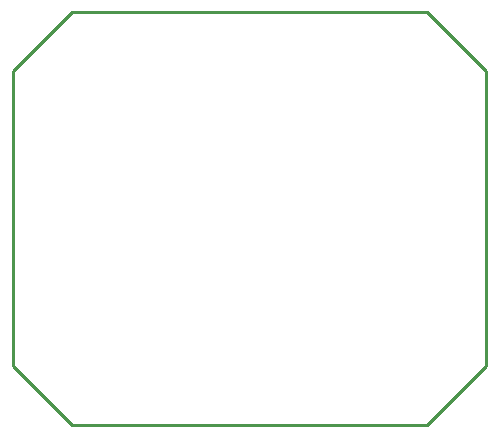
<source format=gm1>
%FSLAX24Y24*%
%MOIN*%
G70*
G01*
G75*
G04 Layer_Color=16711935*
%ADD10R,0.0600X0.0600*%
%ADD11R,0.0400X0.0500*%
%ADD12R,0.0870X0.0866*%
%ADD13C,0.0315*%
%ADD14C,0.0100*%
%ADD15C,0.0700*%
%ADD16C,0.0600*%
%ADD17C,0.0500*%
G54D14*
X9843Y26575D02*
Y36417D01*
Y26575D02*
X11811Y24606D01*
X23622D01*
X25591Y26575D01*
Y36417D01*
X23622Y38386D02*
X25591Y36417D01*
X11811Y38386D02*
X23622D01*
X9843Y36417D02*
X11811Y38386D01*
M02*

</source>
